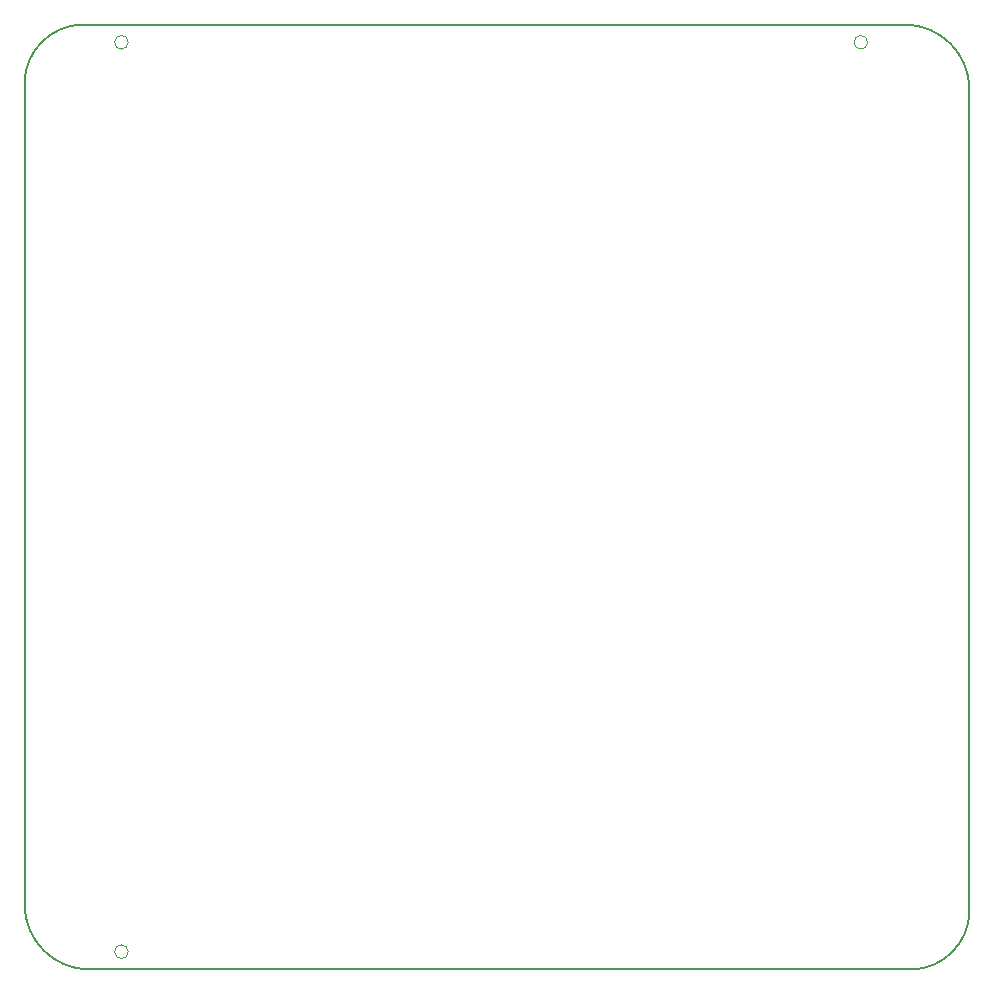
<source format=gbr>
G04 #@! TF.GenerationSoftware,KiCad,Pcbnew,(6.0.7-1)-1*
G04 #@! TF.CreationDate,2023-02-15T22:09:21-08:00*
G04 #@! TF.ProjectId,as3372,61733333-3732-42e6-9b69-6361645f7063,0.1*
G04 #@! TF.SameCoordinates,PX3d83120PY6590fa0*
G04 #@! TF.FileFunction,Profile,NP*
%FSLAX46Y46*%
G04 Gerber Fmt 4.6, Leading zero omitted, Abs format (unit mm)*
G04 Created by KiCad (PCBNEW (6.0.7-1)-1) date 2023-02-15 22:09:21*
%MOMM*%
%LPD*%
G01*
G04 APERTURE LIST*
G04 #@! TA.AperFunction,Profile*
%ADD10C,0.150000*%
G04 #@! TD*
G04 #@! TA.AperFunction,Profile*
%ADD11C,0.050000*%
G04 #@! TD*
G04 APERTURE END LIST*
D10*
X82500000Y75500000D02*
G75*
G03*
X77000000Y81000000I-5500000J0D01*
G01*
X7500000Y81000000D02*
G75*
G03*
X2500000Y76000000I0J-5000000D01*
G01*
X7500000Y81000000D02*
X77000000Y81000000D01*
X77500000Y1000000D02*
G75*
G03*
X82500000Y6000000I0J5000000D01*
G01*
X2500000Y6500000D02*
G75*
G03*
X8000000Y1000000I5500000J0D01*
G01*
X77500000Y1000000D02*
X8000000Y1000000D01*
X2500000Y76000000D02*
X2500000Y6500000D01*
X82500000Y6000000D02*
X82500000Y75500000D01*
D11*
X73876000Y79500000D02*
G75*
G03*
X73876000Y79500000I-576000J0D01*
G01*
X11276000Y2500000D02*
G75*
G03*
X11276000Y2500000I-576000J0D01*
G01*
X11276000Y79500000D02*
G75*
G03*
X11276000Y79500000I-576000J0D01*
G01*
M02*

</source>
